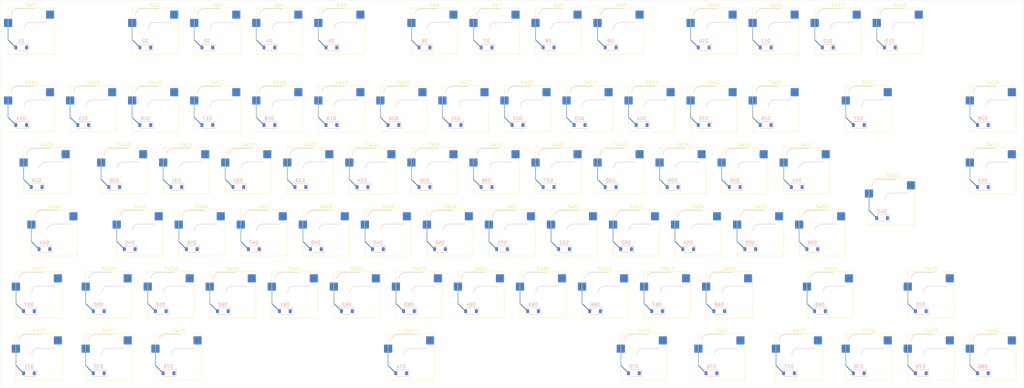
<source format=kicad_pcb>
(kicad_pcb (version 20240108) (generator "pcbnew") (generator_version "8.0")
  (layers (0 "F.Cu" signal) (1 "In1.Cu" signal) (2 "In2.Cu" signal) (31 "B.Cu" signal) (34 "B.Paste" user) (35 "F.Paste" user) (36 "B.SilkS" user "B.Silkscreen") (37 "F.SilkS" user "F.Silkscreen") (38 "B.Mask" user) (39 "F.Mask" user) (44 "Edge.Cuts" user))
  (net 0 "")
  (net 1 "Net-(D1-A)")
  (net 2 "R0")
  (net 3 "Net-(D2-A)")
  (net 4 "Net-(D3-A)")
  (net 5 "Net-(D4-A)")
  (net 6 "Net-(D5-A)")
  (net 7 "Net-(D6-A)")
  (net 8 "Net-(D7-A)")
  (net 9 "Net-(D8-A)")
  (net 10 "Net-(D9-A)")
  (net 11 "Net-(D10-A)")
  (net 12 "Net-(D11-A)")
  (net 13 "Net-(D12-A)")
  (net 14 "Net-(D13-A)")
  (net 15 "Net-(D14-A)")
  (net 16 "R1")
  (net 17 "Net-(D15-A)")
  (net 18 "Net-(D16-A)")
  (net 19 "Net-(D17-A)")
  (net 20 "Net-(D18-A)")
  (net 21 "Net-(D19-A)")
  (net 22 "Net-(D20-A)")
  (net 23 "Net-(D21-A)")
  (net 24 "Net-(D22-A)")
  (net 25 "Net-(D23-A)")
  (net 26 "Net-(D24-A)")
  (net 27 "Net-(D25-A)")
  (net 28 "Net-(D26-A)")
  (net 29 "Net-(D27-A)")
  (net 30 "Net-(D28-A)")
  (net 31 "Net-(D29-A)")
  (net 32 "R2")
  (net 33 "Net-(D30-A)")
  (net 34 "Net-(D31-A)")
  (net 35 "Net-(D32-A)")
  (net 36 "Net-(D33-A)")
  (net 37 "Net-(D34-A)")
  (net 38 "Net-(D35-A)")
  (net 39 "Net-(D36-A)")
  (net 40 "Net-(D37-A)")
  (net 41 "Net-(D38-A)")
  (net 42 "Net-(D39-A)")
  (net 43 "Net-(D40-A)")
  (net 44 "Net-(D41-A)")
  (net 45 "Net-(D42-A)")
  (net 46 "Net-(D43-A)")
  (net 47 "Net-(D44-A)")
  (net 48 "R3")
  (net 49 "Net-(D45-A)")
  (net 50 "Net-(D46-A)")
  (net 51 "Net-(D47-A)")
  (net 52 "Net-(D48-A)")
  (net 53 "Net-(D49-A)")
  (net 54 "Net-(D50-A)")
  (net 55 "Net-(D51-A)")
  (net 56 "Net-(D52-A)")
  (net 57 "Net-(D53-A)")
  (net 58 "Net-(D54-A)")
  (net 59 "Net-(D55-A)")
  (net 60 "Net-(D56-A)")
  (net 61 "Net-(D57-A)")
  (net 62 "R4")
  (net 63 "Net-(D58-A)")
  (net 64 "Net-(D59-A)")
  (net 65 "Net-(D60-A)")
  (net 66 "Net-(D61-A)")
  (net 67 "Net-(D62-A)")
  (net 68 "Net-(D63-A)")
  (net 69 "Net-(D64-A)")
  (net 70 "Net-(D65-A)")
  (net 71 "Net-(D66-A)")
  (net 72 "Net-(D67-A)")
  (net 73 "Net-(D68-A)")
  (net 74 "Net-(D69-A)")
  (net 75 "Net-(D70-A)")
  (net 76 "Net-(D71-A)")
  (net 77 "R5")
  (net 78 "Net-(D72-A)")
  (net 79 "Net-(D73-A)")
  (net 80 "Net-(D74-A)")
  (net 81 "Net-(D75-A)")
  (net 82 "Net-(D76-A)")
  (net 83 "Net-(D77-A)")
  (net 84 "Net-(D78-A)")
  (net 85 "Net-(D79-A)")
  (net 86 "Net-(D80-A)")
  (net 87 "C0")
  (net 88 "C2")
  (net 89 "C3")
  (net 90 "C4")
  (net 91 "C5")
  (net 92 "C6")
  (net 93 "C7")
  (net 94 "C8")
  (net 95 "C9")
  (net 96 "C10")
  (net 97 "C11")
  (net 98 "C12")
  (net 99 "C13")
  (net 100 "C1")
  (net 101 "C14")
  (footprint "PCM_Switch_Keyboard_Hotswap_Kailh:SW_Hotswap_Kailh_MX_1.00u" (layer "F.Cu") (at 180.18125 91.28125)
    (property "Reference" "SW20")
    (property "Value" "6")
  )
  (footprint "PCM_Switch_Keyboard_Hotswap_Kailh:SW_Hotswap_Kailh_MX_1.00u" (layer "F.Cu") (at 165.89375 148.43125)
    (property "Reference" "SW62")
    (property "Value" "V")
  )
  (footprint "PCM_Switch_Keyboard_Hotswap_Kailh:SW_Hotswap_Kailh_MX_1.00u" (layer "F.Cu") (at 84.93125 91.28125)
    (property "Reference" "SW15")
    (property "Value" "1")
  )
  (footprint "PCM_Switch_Keyboard_Hotswap_Kailh:SW_Hotswap_Kailh_MX_1.00u" (layer "F.Cu") (at 218.28125 91.28125)
    (property "Reference" "SW22")
    (property "Value" "8")
  )
  (footprint "PCM_Switch_Keyboard_Hotswap_Kailh:SW_Hotswap_Kailh_MX_1.25u" (layer "F.Cu") (at 68.2625 167.48125)
    (property "Reference" "SW71")
    (property "Value" "LCtrl")
  )
  (footprint "PCM_Switch_Keyboard_Hotswap_Kailh:SW_Hotswap_Kailh_MX_1.00u" (layer "F.Cu") (at 275.43125 91.28125)
    (property "Reference" "SW25")
    (property "Value" "ß")
  )
  (footprint "PCM_Switch_Keyboard_Hotswap_Kailh:SW_Hotswap_Kailh_MX_1.00u" (layer "F.Cu") (at 261.14375 148.43125)
    (property "Reference" "SW67")
    (property "Value" ":")
  )
  (footprint "PCM_Switch_Keyboard_Hotswap_Kailh:SW_Hotswap_Kailh_MX_1.00u" (layer "F.Cu") (at 142.08125 91.28125)
    (property "Reference" "SW18")
    (property "Value" "4")
  )
  (footprint "PCM_Switch_Keyboard_Hotswap_Kailh:SW_Hotswap_Kailh_MX_1.00u" (layer "F.Cu") (at 132.55625 110.33125)
    (property "Reference" "SW32")
    (property "Value" "E")
  )
  (footprint "PCM_Switch_Keyboard_Hotswap_Kailh:SW_Hotswap_Kailh_MX_1.00u" (layer "F.Cu") (at 89.69375 148.43125)
    (property "Reference" "SW58")
    (property "Value" "> <")
  )
  (footprint "PCM_Switch_Keyboard_Hotswap_Kailh:SW_Hotswap_Kailh_MX_1.00u" (layer "F.Cu") (at 284.95625 110.33125)
    (property "Reference" "SW40")
    (property "Value" "Ü")
  )
  (footprint "PCM_Switch_Keyboard_Hotswap_Kailh:SW_Hotswap_Kailh_MX_1.00u" (layer "F.Cu") (at 361.15625 91.28125)
    (property "Reference" "SW28")
    (property "Value" "Insert")
  )
  (footprint "PCM_Switch_Keyboard_Hotswap_Kailh:SW_Hotswap_Kailh_MX_1.00u" (layer "F.Cu") (at 151.60625 110.33125)
    (property "Reference" "SW33")
    (property "Value" "R")
  )
  (footprint "PCM_Switch_Keyboard_Hotswap_Kailh:SW_Hotswap_Kailh_MX_1.00u" (layer "F.Cu") (at 103.98125 67.46875)
    (property "Reference" "SW2")
    (property "Value" "F1")
  )
  (footprint "PCM_Switch_Keyboard_Hotswap_Kailh:SW_Hotswap_Kailh_MX_1.00u" (layer "F.Cu") (at 361.15625 167.48125)
    (property "Reference" "SW80")
    (property "Value" "Right")
  )
  (footprint "PCM_Switch_Keyboard_Hotswap_Kailh:SW_Hotswap_Kailh_MX_1.00u" (layer "F.Cu") (at 332.58125 67.46875)
    (property "Reference" "SW13")
    (property "Value" "F12")
  )
  (footprint "PCM_Switch_Keyboard_Hotswap_Kailh:SW_Hotswap_Kailh_MX_ISOEnter" (layer "F.Cu") (at 330.2 119.85625)
    (property "Reference" "SW42")
    (property "Value" "Enter")
  )
  (footprint "PCM_Switch_Keyboard_Hotswap_Kailh:SW_Hotswap_Kailh_MX_1.00u" (layer "F.Cu") (at 242.09375 148.43125)
    (property "Reference" "SW66")
    (property "Value" ";")
  )
  (footprint "PCM_Switch_Keyboard_Hotswap_Kailh:SW_Hotswap_Kailh_MX_1.00u" (layer "F.Cu") (at 137.31875 129.38125)
    (property "Reference" "SW47")
    (property "Value" "D")
  )
  (footprint "PCM_Switch_Keyboard_Hotswap_Kailh:SW_Hotswap_Kailh_MX_1.00u" (layer "F.Cu") (at 161.13125 91.28125)
    (property "Reference" "SW19")
    (property "Value" "5")
  )
  (footprint "PCM_Switch_Keyboard_Hotswap_Kailh:SW_Hotswap_Kailh_MX_1.00u" (layer "F.Cu") (at 99.21875 129.38125)
    (property "Reference" "SW45")
    (property "Value" "A")
  )
  (footprint "PCM_Switch_Keyboard_Hotswap_Kailh:SW_Hotswap_Kailh_MX_1.00u" (layer "F.Cu") (at 280.19375 148.43125)
    (property "Reference" "SW68")
    (property "Value" "-")
  )
  (footprint "PCM_Switch_Keyboard_Hotswap_Kailh:SW_Hotswap_Kailh_MX_1.00u" (layer "F.Cu") (at 208.75625 110.33125)
    (property "Reference" "SW36")
    (property "Value" "U")
  )
  (footprint "PCM_Switch_Keyboard_Hotswap_Kailh:SW_Hotswap_Kailh_MX_1.75u" (layer "F.Cu") (at 73.025 129.38125)
    (property "Reference" "SW44")
    (property "Value" "CapsLock")
  )
  (footprint "PCM_Switch_Keyboard_Hotswap_Kailh:SW_Hotswap_Kailh_MX_1.00u" (layer "F.Cu") (at 161.13125 67.46875)
    (property "Reference" "SW5")
    (property "Value" "F4")
  )
  (footprint "PCM_Switch_Keyboard_Hotswap_Kailh:SW_Hotswap_Kailh_MX_1.00u" (layer "F.Cu") (at 108.74375 148.43125)
    (property "Reference" "SW59")
    (property "Value" "Y")
  )
  (footprint "PCM_Switch_Keyboard_Hotswap_Kailh:SW_Hotswap_Kailh_MX_1.00u" (layer "F.Cu") (at 175.41875 129.38125)
    (property "Reference" "SW49")
    (property "Value" "G")
  )
  (footprint "PCM_Switch_Keyboard_Hotswap_Kailh:SW_Hotswap_Kailh_MX_1.00u" (layer "F.Cu") (at 89.69375 167.48125)
    (property "Reference" "SW72")
    (property "Value" "Win")
  )
  (footprint "PCM_Switch_Keyboard_Hotswap_Kailh:SW_Hotswap_Kailh_MX_1.00u" (layer "F.Cu") (at 227.80625 67.46875)
    (property "Reference" "SW8")
    (property "Value" "F7")
  )
  (footprint "PCM_Switch_Keyboard_Hotswap_Kailh:SW_Hotswap_Kailh_MX_1.00u" (layer "F.Cu") (at 94.45625 110.33125)
    (property "Reference" "SW30")
    (property "Value" "Q")
  )
  (footprint "PCM_Switch_Keyboard_Hotswap_Kailh:SW_Hotswap_Kailh_MX_1.00u" (layer "F.Cu") (at 199.23125 91.28125)
    (property "Reference" "SW21")
    (property "Value" "7")
  )
  (footprint "PCM_Switch_Keyboard_Hotswap_Kailh:SW_Hotswap_Kailh_MX_1.00u" (layer "F.Cu") (at 342.10625 167.48125)
    (property "Reference" "SW79")
    (property "Value" "Down")
  )
  (footprint "PCM_Switch_Keyboard_Hotswap_Kailh:SW_Hotswap_Kailh_MX_1.00u" (layer "F.Cu") (at 237.33125 91.28125)
    (property "Reference" "SW23")
    (property "Value" "9")
  )
  (footprint "PCM_Switch_Keyboard_Hotswap_Kailh:SW_Hotswap_Kailh_MX_2.25u" (layer "F.Cu") (at 311.15 148.43125)
    (property "Reference" "SW69")
    (property "Value" "RShift")
  )
  (footprint "PCM_Switch_Keyboard_Hotswap_Kailh:SW_Hotswap_Kailh_MX_1.00u" (layer "F.Cu") (at 275.43125 67.46875)
    (property "Reference" "SW10")
    (property "Value" "F9")
  )
  (footprint "PCM_Switch_Keyboard_Hotswap_Kailh:SW_Hotswap_Kailh_MX_1.00u" (layer "F.Cu") (at 65.88125 91.28125)
    (property "Reference" "SW14")
    (property "Value" "^")
  )
  (footprint "PCM_Switch_Keyboard_Hotswap_Kailh:SW_Hotswap_Kailh_MX_1.00u" (layer "F.Cu") (at 227.80625 110.33125)
    (property "Reference" "SW37")
    (property "Value" "I")
  )
  (footprint "PCM_Switch_Keyboard_Hotswap_Kailh:SW_Hotswap_Kailh_MX_1.00u" (layer "F.Cu") (at 313.53125 67.46875)
    (property "Reference" "SW12")
    (property "Value" "F11")
  )
  (footprint "PCM_Switch_Keyboard_Hotswap_Kailh:SW_Hotswap_Kailh_MX_1.00u" (layer "F.Cu") (at 265.90625 110.33125)
    (property "Reference" "SW39")
    (property "Value" "P")
  )
  (footprint "PCM_Switch_Keyboard_Hotswap_Kailh:SW_Hotswap_Kailh_MX_1.00u" (layer "F.Cu") (at 194.46875 129.38125)
    (property "Reference" "SW50")
    (property "Value" "H")
  )
  (footprint "PCM_Switch_Keyboard_Hotswap_Kailh:SW_Hotswap_Kailh_MX_1.00u" (layer "F.Cu") (at 142.08125 67.46875)
    (property "Reference" "SW4")
    (property "Value" "F3")
  )
  (footprint "PCM_Switch_Keyboard_Hotswap_Kailh:SW_Hotswap_Kailh_MX_1.50u" (layer "F.Cu") (at 70.64375 110.33125)
    (property "Reference" "SW29")
    (property "Value" "Tab")
  )
  (footprint "PCM_Switch_Keyboard_Hotswap_Kailh:SW_Hotswap_Kailh_MX_1.00u" (layer "F.Cu") (at 361.15625 110.33125)
    (property "Reference" "SW43")
    (property "Value" "Delete")
  )
  (footprint "PCM_Switch_Keyboard_Hotswap_Kailh:SW_Hotswap_Kailh_MX_1.00u" (layer "F.Cu") (at 342.10625 148.43125)
    (property "Reference" "SW70")
    (property "Value" "Up")
  )
  (footprint "PCM_Switch_Keyboard_Hotswap_Kailh:SW_Hotswap_Kailh_MX_1.00u" (layer "F.Cu") (at 294.48125 91.28125)
    (property "Reference" "SW26")
    (property "Value" "´")
  )
  (footprint "PCM_Switch_Keyboard_Hotswap_Kailh:SW_Hotswap_Kailh_MX_1.25u" (layer "F.Cu") (at 111.125 167.48125)
    (property "Reference" "SW73")
    (property "Value" "Alt")
  )
  (footprint "PCM_Switch_Keyboard_Hotswap_Kailh:SW_Hotswap_Kailh_MX_1.00u" (layer "F.Cu") (at 65.88125 67.46875)
    (property "Reference" "SW1")
    (property "Value" "ESC")
  )
  (footprint "PCM_Switch_Keyboard_Hotswap_Kailh:SW_Hotswap_Kailh_MX_1.00u" (layer "F.Cu") (at 256.38125 91.28125)
    (property "Reference" "SW24")
    (property "Value" "0")
  )
  (footprint "PCM_Switch_Keyboard_Hotswap_Kailh:SW_Hotswap_Kailh_MX_1.00u" (layer "F.Cu") (at 251.61875 129.38125)
    (property "Reference" "SW53")
    (property "Value" "L")
  )
  (footprint "PCM_Switch_Keyboard_Hotswap_Kailh:SW_Hotswap_Kailh_MX_1.00u" (layer "F.Cu") (at 203.99375 148.43125)
    (property "Reference" "SW64")
    (property "Value" "N")
  )
  (footprint "PCM_Switch_Keyboard_Hotswap_Kailh:SW_Hotswap_Kailh_MX_1.00u" (layer "F.Cu") (at 323.05625 167.48125)
    (property "Reference" "SW78")
    (property "Value" "Left")
  )
  (footprint "PCM_Switch_Keyboard_Hotswap_Kailh:SW_Hotswap_Kailh_MX_1.25u" (layer "F.Cu") (at 277.8125 167.48125)
    (property "Reference" "SW76")
    (property "Value" "FN")
  )
  (footprint "PCM_Switch_Keyboard_Hotswap_Kailh:SW_Hotswap_Kailh_MX_1.00u" (layer "F.Cu") (at 189.70625 67.46875)
    (property "Reference" "SW6")
    (property "Value" "F5")
  )
  (footprint "PCM_Switch_Keyboard_Hotswap_Kailh:SW_Hotswap_Kailh_MX_1.00u" (layer "F.Cu") (at 123.03125 67.46875)
    (property "Reference" "SW3")
    (property "Value" "F2")
  )
  (footprint "PCM_Switch_Keyboard_Hotswap_Kailh:SW_Hotswap_Kailh_MX_1.00u" (layer "F.Cu") (at 189.70625 110.33125)
    (property "Reference" "SW35")
    (property "Value" "Z")
  )
  (footprint "PCM_Switch_Keyboard_Hotswap_Kailh:SW_Hotswap_Kailh_MX_6.25u" (layer "F.Cu") (at 182.5625 167.48125)
    (property "Reference" "SW74")
    (property "Value" "Space")
  )
  (footprint "PCM_Switch_Keyboard_Hotswap_Kailh:SW_Hotswap_Kailh_MX_1.00u" (layer "F.Cu") (at 184.94375 148.43125)
    (property "Reference" "SW63")
    (property "Value" "B")
  )
  (footprint "PCM_Switch_Keyboard_Hotswap_Kailh:SW_Hotswap_Kailh_MX_1.25u" (layer "F.Cu") (at 254 167.48125)
    (property "Reference" "SW75")
    (property "Value" "Alt")
  )
  (footprint "PCM_Switch_Keyboard_Hotswap_Kailh:SW_Hotswap_Kailh_MX_1.25u" (layer "F.Cu") (at 301.625 167.48125)
    (property "Reference" "SW77")
    (property "Value" "RCtrl")
  )
  (footprint "PCM_Switch_Keyboard_Hotswap_Kailh:SW_Hotswap_Kailh_MX_1.00u" (layer "F.Cu") (at 213.51875 129.38125)
    (property "Reference" "SW51")
    (property "Value" "J")
  )
  (footprint "PCM_Switch_Keyboard_Hotswap_Kailh:SW_Hotswap_Kailh_MX_1.00u" (layer "F.Cu") (at 123.03125 91.28125)
    (property "Reference" "SW17")
    (property "Value" "3")
  )
  (footprint "PCM_Switch_Keyboard_Hotswap_Kailh:SW_Hotswap_Kailh_MX_1.00u" (layer "F.Cu") (at 113.50625 110.33125)
    (property "Reference" "SW31")
    (property "Value" "W")
  )
  (footprint "PCM_Switch_Keyboard_Hotswap_Kailh:SW_Hotswap_Kailh_MX_1.00u" (layer "F.Cu") (at 289.71875 129.38125)
    (property "Reference" "SW55")
    (property "Value" "Ä")
  )
  (footprint "PCM_Switch_Keyboard_Hotswap_Kailh:SW_Hotswap_Kailh_MX_1.00u" (layer "F.Cu") (at 223.04375 148.43125)
    (property "Reference" "SW65")
    (property "Value" "M")
  )
  (footprint "PCM_Switch_Keyboard_Hotswap_Kailh:SW_Hotswap_Kailh_MX_1.00u" (layer "F.Cu") (at 294.48125 67.46875)
    (property "Reference" "SW11")
    (property "Value" "F10")
  )
  (footprint "PCM_Switch_Keyboard_Hotswap_Kailh:SW_Hotswap_Kailh_MX_1.00u" (layer "F.Cu") (at 156.36875 129.38125)
    (property "Reference" "SW48")
    (property "Value" "F")
  )
  (footprint "PCM_Switch_Keyboard_Hotswap_Kailh:SW_Hotswap_Kailh_MX_1.00u" (layer "F.Cu") (at 103.98125 91.28125)
    (property "Reference" "SW16")
    (property "Value" "2")
  )
  (footprint "PCM_Switch_Keyboard_Hotswap_Kailh:SW_Hotswap_Kailh_MX_1.00u" (layer "F.Cu") (at 118.26875 129.38125)
    (property "Reference" "SW46")
    (property "Value" "S")
  )
  (footprint "PCM_Switch_Keyboard_Hotswap_Kailh:SW_Hotswap_Kailh_MX_1.00u" (layer "F.Cu") (at 208.75625 67.46875)
    (property "Reference" "SW7")
    (property "Value" "F6")
  )
  (footprint "PCM_Switch_Keyboard_Hotswap_Kailh:SW_Hotswap_Kailh_MX_1.00u" (layer "F.Cu") (at 232.56875 129.38125)
    (property "Reference" "SW52")
    (property "Value" "K")
  )
  (footprint "PCM_Switch_Keyboard_Hotswap_Kailh:SW_Hotswap_Kailh_MX_1.00u" (layer "F.Cu") (at 270.66875 129.38125)
    (property "Reference" "SW54")
    (property "Value" "Ö")
  )
  (footprint "PCM_Switch_Keyboard_Hotswap_Kailh:SW_Hotswap_Kailh_MX_1.00u" (layer "F.Cu") (at 127.79375 148.43125)
    (property "Reference" "SW60")
    (property "Value" "X")
  )
  (footprint "PCM_Switch_Keyboard_Hotswap_Kailh:SW_Hotswap_Kailh_MX_1.00u" (layer "F.Cu") (at 170.65625 110.33125)
    (property "Reference" "SW34")
    (property "Value" "T")
  )
  (footprint "PCM_Switch_Keyboard_Hotswap_Kailh:SW_Hotswap_Kailh_MX_1.00u" (layer "F.Cu") (at 308.76875 129.38125)
    (property "Reference" "SW56")
    (property "Value" "#")
  )
  (footprint "PCM_Switch_Keyboard_Hotswap_Kailh:SW_Hotswap_Kailh_MX_1.00u" (layer "F.Cu") (at 146.84375 148.43125)
    (property "Reference" "SW61")
    (property "Value" "C")
  )
  (footprint "PCM_Switch_Keyboard_Hotswap_Kailh:SW_Hotswap_Kailh_MX_1.00u" (layer "F.Cu") (at 246.85625 67.46875)
    (property "Reference" "SW9")
    (property "Value" "F8")
  )
  (footprint "PCM_Switch_Keyboard_Hotswap_Kailh:SW_Hotswap_Kailh_MX_1.00u" (layer "F.Cu") (at 246.85625 110.33125)
    (property "Reference" "SW38")
    (property "Value" "O")
  )
  (footprint "PCM_Switch_Keyboard_Hotswap_Kailh:SW_Hotswap_Kailh_MX_1.00u" (layer "F.Cu") (at 304.00625 110.33125)
    (property "Reference" "SW41")
    (property "Value" "+")
  )
  (footprint "PCM_Switch_Keyboard_Hotswap_Kailh:SW_Hotswap_Kailh_MX_1.25u" (layer "F.Cu") (at 68.2625 148.43125)
    (property "Reference" "SW57")
    (property "Value" "LShift")
  )
  (footprint "PCM_Switch_Keyboard_Hotswap_Kailh:SW_Hotswap_Kailh_MX_2.00u" (layer "F.Cu") (at 323.05625 91.28125)
    (property "Reference" "SW27")
    (property "Value" "Backspace")
  )
  (footprint "Diode_SMD:D_SOD-123" (layer "B.Cu") (at 115.18875 134.38125 180)
    (property "Reference" "D46")
    (property "Value" "D")
  )
  (footprint "Diode_SMD:D_SOD-123" (layer "B.Cu") (at 224.72625 115.33125 180)
    (property "Reference" "D37")
    (property "Value" "D")
  )
  (footprint "Diode_SMD:D_SOD-123" (layer "B.Cu") (at 215.20125 96.28125 180)
    (property "Reference" "D22")
    (property "Value" "D")
  )
  (footprint "Diode_SMD:D_SOD-123" (layer "B.Cu") (at 119.95125 96.28125 180)
    (property "Reference" "D17")
    (property "Value" "D")
  )
  (footprint "Diode_SMD:D_SOD-123" (layer "B.Cu") (at 272.35125 72.46875 180)
    (property "Reference" "D10")
    (property "Value" "D")
  )
  (footprint "Diode_SMD:D_SOD-123" (layer "B.Cu") (at 167.57625 115.33125 180)
    (property "Reference" "D34")
    (property "Value" "D")
  )
  (footprint "Diode_SMD:D_SOD-123" (layer "B.Cu") (at 329.50125 72.46875 180)
    (property "Reference" "D13")
    (property "Value" "D")
  )
  (footprint "Diode_SMD:D_SOD-123" (layer "B.Cu") (at 100.90125 96.28125 180)
    (property "Reference" "D16")
    (property "Value" "D")
  )
  (footprint "Diode_SMD:D_SOD-123" (layer "B.Cu") (at 110.42625 115.33125 180)
    (property "Reference" "D31")
    (property "Value" "D")
  )
  (footprint "Diode_SMD:D_SOD-123" (layer "B.Cu") (at 358.07625 172.48125 180)
    (property "Reference" "D80")
    (property "Value" "D")
  )
  (footprint "Diode_SMD:D_SOD-123" (layer "B.Cu") (at 119.95125 72.46875 180)
    (property "Reference" "D3")
    (property "Value" "D")
  )
  (footprint "Diode_SMD:D_SOD-123" (layer "B.Cu") (at 291.40125 96.28125 180)
    (property "Reference" "D26")
    (property "Value" "D")
  )
  (footprint "Diode_SMD:D_SOD-123" (layer "B.Cu") (at 186.62625 115.33125 180)
    (property "Reference" "D35")
    (property "Value" "D")
  )
  (footprint "Diode_SMD:D_SOD-123" (layer "B.Cu") (at 358.07625 115.33125 180)
    (property "Reference" "D43")
    (property "Value" "D")
  )
  (footprint "Diode_SMD:D_SOD-123" (layer "B.Cu") (at 172.33875 134.38125 180)
    (property "Reference" "D49")
    (property "Value" "D")
  )
  (footprint "Diode_SMD:D_SOD-123" (layer "B.Cu") (at 277.11375 153.43125 180)
    (property "Reference" "D68")
    (property "Value" "D")
  )
  (footprint "Diode_SMD:D_SOD-123" (layer "B.Cu") (at 319.97625 172.48125 180)
    (property "Reference" "D78")
    (property "Value" "D")
  )
  (footprint "Diode_SMD:D_SOD-123" (layer "B.Cu") (at 308.07 153.43125 180)
    (property "Reference" "D69")
    (property "Value" "D")
  )
  (footprint "Diode_SMD:D_SOD-123" (layer "B.Cu") (at 310.45125 72.46875 180)
    (property "Reference" "D12")
    (property "Value" "D")
  )
  (footprint "Diode_SMD:D_SOD-123" (layer "B.Cu") (at 281.87625 115.33125 180)
    (property "Reference" "D40")
    (property "Value" "D")
  )
  (footprint "Diode_SMD:D_SOD-123" (layer "B.Cu") (at 139.00125 96.28125 180)
    (property "Reference" "D18")
    (property "Value" "D")
  )
  (footprint "Diode_SMD:D_SOD-123" (layer "B.Cu") (at 300.92625 115.33125 180)
    (property "Reference" "D41")
    (property "Value" "D")
  )
  (footprint "Diode_SMD:D_SOD-123" (layer "B.Cu") (at 162.81375 153.43125 180)
    (property "Reference" "D62")
    (property "Value" "D")
  )
  (footprint "Diode_SMD:D_SOD-123" (layer "B.Cu") (at 248.53875 134.38125 180)
    (property "Reference" "D53")
    (property "Value" "D")
  )
  (footprint "Diode_SMD:D_SOD-123" (layer "B.Cu") (at 258.06375 153.43125 180)
    (property "Reference" "D67")
    (property "Value" "D")
  )
  (footprint "Diode_SMD:D_SOD-123" (layer "B.Cu") (at 272.35125 96.28125 180)
    (property "Reference" "D25")
    (property "Value" "D")
  )
  (footprint "Diode_SMD:D_SOD-123" (layer "B.Cu") (at 177.10125 96.28125 180)
    (property "Reference" "D20")
    (property "Value" "D")
  )
  (footprint "Diode_SMD:D_SOD-123" (layer "B.Cu") (at 81.85125 96.28125 180)
    (property "Reference" "D15")
    (property "Value" "D")
  )
  (footprint "Diode_SMD:D_SOD-123" (layer "B.Cu") (at 134.23875 134.38125 180)
    (property "Reference" "D47")
    (property "Value" "D")
  )
  (footprint "Diode_SMD:D_SOD-123" (layer "B.Cu") (at 210.43875 134.38125 180)
    (property "Reference" "D51")
    (property "Value" "D")
  )
  (footprint "Diode_SMD:D_SOD-123" (layer "B.Cu") (at 243.77625 115.33125 180)
    (property "Reference" "D38")
    (property "Value" "D")
  )
  (footprint "Diode_SMD:D_SOD-123" (layer "B.Cu") (at 262.82625 115.33125 180)
    (property "Reference" "D39")
    (property "Value" "D")
  )
  (footprint "Diode_SMD:D_SOD-123" (layer "B.Cu") (at 100.90125 72.46875 180)
    (property "Reference" "D2")
    (property "Value" "D")
  )
  (footprint "Diode_SMD:D_SOD-123" (layer "B.Cu") (at 108.045 172.48125 180)
    (property "Reference" "D73")
    (property "Value" "D")
  )
  (footprint "Diode_SMD:D_SOD-123" (layer "B.Cu") (at 179.4825 172.48125 180)
    (property "Reference" "D74")
    (property "Value" "D")
  )
  (footprint "Diode_SMD:D_SOD-123" (layer "B.Cu") (at 224.72625 72.46875 180)
    (property "Reference" "D8")
    (property "Value" "D")
  )
  (footprint "Diode_SMD:D_SOD-123" (layer "B.Cu") (at 286.63875 134.38125 180)
    (property "Reference" "D55")
    (property "Value" "D")
  )
  (footprint "Diode_SMD:D_SOD-123" (layer "B.Cu") (at 86.61375 172.48125 180)
    (property "Reference" "D72")
    (property "Value" "D")
  )
  (footprint "Diode_SMD:D_SOD-123" (layer "B.Cu") (at 65.1825 153.43125 180)
    (property "Reference" "D57")
    (property "Value" "D")
  )
  (footprint "Diode_SMD:D_SOD-123" (layer "B.Cu") (at 229.48875 134.38125 180)
    (property "Reference" "D52")
    (property "Value" "D")
  )
  (footprint "Diode_SMD:D_SOD-123" (layer "B.Cu") (at 143.76375 153.43125 180)
    (property "Reference" "D61")
    (property "Value" "D")
  )
  (footprint "Diode_SMD:D_SOD-123" (layer "B.Cu") (at 298.545 172.48125 180)
    (property "Reference" "D77")
    (property "Value" "D")
  )
  (footprint "Diode_SMD:D_SOD-123" (layer "B.Cu") (at 62.80125 72.46875 180)
    (property "Reference" "D1")
    (property "Value" "D")
  )
  (footprint "Diode_SMD:D_SOD-123" (layer "B.Cu") (at 158.05125 96.28125 180)
    (property "Reference" "D19")
    (property "Value" "D")
  )
  (footprint "Diode_SMD:D_SOD-123" (layer "B.Cu") (at 339.02625 172.48125 180)
    (property "Reference" "D79")
    (property "Value" "D")
  )
  (footprint "Diode_SMD:D_SOD-123" (layer "B.Cu") (at 219.96375 153.43125 180)
    (property "Reference" "D65")
    (property "Value" "D")
  )
  (footprint "Diode_SMD:D_SOD-123" (layer "B.Cu") (at 234.25125 96.28125 180)
    (property "Reference" "D23")
    (property "Value" "D")
  )
  (footprint "Diode_SMD:D_SOD-123" (layer "B.Cu") (at 243.77625 72.46875 180)
    (property "Reference" "D9")
    (property "Value" "D")
  )
  (footprint "Diode_SMD:D_SOD-123" (layer "B.Cu") (at 205.67625 72.46875 180)
    (property "Reference" "D7")
    (property "Value" "D")
  )
  (footprint "Diode_SMD:D_SOD-123" (layer "B.Cu") (at 105.66375 153.43125 180)
    (property "Reference" "D59")
    (property "Value" "D")
  )
  (footprint "Diode_SMD:D_SOD-123" (layer "B.Cu") (at 358.07625 96.28125 180)
    (property "Reference" "D28")
    (property "Value" "D")
  )
  (footprint "Diode_SMD:D_SOD-123" (layer "B.Cu") (at 91.37625 115.33125 180)
    (property "Reference" "D30")
    (property "Value" "D")
  )
  (footprint "Diode_SMD:D_SOD-123" (layer "B.Cu") (at 158.05125 72.46875 180)
    (property "Reference" "D5")
    (property "Value" "D")
  )
  (footprint "Diode_SMD:D_SOD-123" (layer "B.Cu") (at 86.61375 153.43125 180)
    (property "Reference" "D58")
    (property "Value" "D")
  )
  (footprint "Diode_SMD:D_SOD-123" (layer "B.Cu") (at 148.52625 115.33125 180)
    (property "Reference" "D33")
    (property "Value" "D")
  )
  (footprint "Diode_SMD:D_SOD-123" (layer "B.Cu") (at 327.12 124.85625 180)
    (property "Reference" "D42")
    (property "Value" "D")
  )
  (footprint "Diode_SMD:D_SOD-123" (layer "B.Cu") (at 291.40125 72.46875 180)
    (property "Reference" "D11")
    (property "Value" "D")
  )
  (footprint "Diode_SMD:D_SOD-123" (layer "B.Cu") (at 239.01375 153.43125 180)
    (property "Reference" "D66")
    (property "Value" "D")
  )
  (footprint "Diode_SMD:D_SOD-123" (layer "B.Cu") (at 274.7325 172.48125 180)
    (property "Reference" "D76")
    (property "Value" "D")
  )
  (footprint "Diode_SMD:D_SOD-123" (layer "B.Cu") (at 305.68875 134.38125 180)
    (property "Reference" "D56")
    (property "Value" "D")
  )
  (footprint "Diode_SMD:D_SOD-123" (layer "B.Cu") (at 267.58875 134.38125 180)
    (property "Reference" "D54")
    (property "Value" "D")
  )
  (footprint "Diode_SMD:D_SOD-123" (layer "B.Cu") (at 191.38875 134.38125 180)
    (property "Reference" "D50")
    (property "Value" "D")
  )
  (footprint "Diode_SMD:D_SOD-123" (layer "B.Cu") (at 181.86375 153.43125 180)
    (property "Reference" "D63")
    (property "Value" "D")
  )
  (footprint "Diode_SMD:D_SOD-123" (layer "B.Cu") (at 67.56375 115.33125 180)
    (property "Reference" "D29")
    (property "Value" "D")
  )
  (footprint "Diode_SMD:D_SOD-123" (layer "B.Cu") (at 139.00125 72.46875 180)
    (property "Reference" "D4")
    (property "Value" "D")
  )
  (footprint "Diode_SMD:D_SOD-123" (layer "B.Cu") (at 200.91375 153.43125 180)
    (property "Reference" "D64")
    (property "Value" "D")
  )
  (footprint "Diode_SMD:D_SOD-123" (layer "B.Cu") (at 69.945 134.38125 180)
    (property "Reference" "D44")
    (property "Value" "D")
  )
  (footprint "Diode_SMD:D_SOD-123" (layer "B.Cu") (at 62.80125 96.28125 180)
    (property "Reference" "D14")
    (property "Value" "D")
  )
  (footprint "Diode_SMD:D_SOD-123" (layer "B.Cu") (at 196.15125 96.28125 180)
    (property "Reference" "D21")
    (property "Value" "D")
  )
  (footprint "Diode_SMD:D_SOD-123" (layer "B.Cu") (at 186.62625 72.46875 180)
    (property "Reference" "D6")
    (property "Value" "D")
  )
  (footprint "Diode_SMD:D_SOD-123" (layer "B.Cu") (at 124.71375 153.43125 180)
    (property "Reference" "D60")
    (property "Value" "D")
  )
  (footprint "Diode_SMD:D_SOD-123" (layer "B.Cu") (at 339.02625 153.43125 180)
    (property "Reference" "D70")
    (property "Value" "D")
  )
  (footprint "Diode_SMD:D_SOD-123" (layer "B.Cu") (at 253.30125 96.28125 180)
    (property "Reference" "D24")
    (property "Value" "D")
  )
  (footprint "Diode_SMD:D_SOD-123" (layer "B.Cu") (at 153.28875 134.38125 180)
    (property "Reference" "D48")
    (property "Value" "D")
  )
  (footprint "Diode_SMD:D_SOD-123" (layer "B.Cu") (at 205.67625 115.33125 180)
    (property "Reference" "D36")
    (property "Value" "D")
  )
  (footprint "Diode_SMD:D_SOD-123" (layer "B.Cu") (at 319.97625 96.28125 180)
    (property "Reference" "D27")
    (property "Value" "D")
  )
  (footprint "Diode_SMD:D_SOD-123" (layer "B.Cu") (at 65.1825 172.48125 180)
    (property "Reference" "D71")
    (property "Value" "D")
  )
  (footprint "Diode_SMD:D_SOD-123" (layer "B.Cu") (at 129.47625 115.33125 180)
    (property "Reference" "D32")
    (property "Value" "D")
  )
  (footprint "Diode_SMD:D_SOD-123" (layer "B.Cu") (at 250.92 172.48125 180)
    (property "Reference" "D75")
    (property "Value" "D")
  )
  (footprint "Diode_SMD:D_SOD-123" (layer "B.Cu") (at 96.13875 134.38125 180)
    (property "Reference" "D45")
    (property "Value" "D")
  )
  (gr_arc (start 370.68125 175.41875) (mid 370.216282 176.541282) (end 369.09375 177.00625) (stroke (width 0.05)) (layer "Edge.Cuts"))
  (gr_arc (start 369.09375 57.94375) (mid 370.216282 58.408718) (end 370.68125 59.53125) (stroke (width 0.05)) (layer "Edge.Cuts"))
  (gr_line (start 370.68125 59.53125) (end 370.68125 175.41875) (stroke (width 0.05)) (layer "Edge.Cuts"))
  (gr_line (start 369.09375 57.94375) (end 57.94375 57.94375) (stroke (width 0.05)) (layer "Edge.Cuts"))
  (gr_arc (start 56.35625 59.53125) (mid 56.821218 58.408718) (end 57.94375 57.94375) (stroke (width 0.05)) (layer "Edge.Cuts"))
  (gr_line (start 57.94375 177.00625) (end 369.09375 177.00625) (stroke (width 0.05)) (layer "Edge.Cuts"))
  (gr_arc (start 57.94375 177.00625) (mid 56.821218 176.541282) (end 56.35625 175.41875) (stroke (width 0.05)) (layer "Edge.Cuts"))
  (gr_line (start 56.35625 59.53125) (end 56.35625 175.41875) (stroke (width 0.05)) (layer "Edge.Cuts"))
  (segment (start 58.79625 70.11375) (end 61.15125 72.46875) (width 0.25) (layer "B.Cu") (net 1))
  (segment (start 58.79625 64.92875) (end 58.79625 70.11375) (width 0.25) (layer "B.Cu") (net 1))
  (segment (start 96.89625 70.11375) (end 99.25125 72.46875) (width 0.25) (layer "B.Cu") (net 3))
  (segment (start 96.89625 64.92875) (end 96.89625 70.11375) (width 0.25) (layer "B.Cu") (net 3))
  (segment (start 115.94625 64.92875) (end 115.94625 70.11375) (width 0.25) (layer "B.Cu") (net 4))
  (segment (start 115.94625 70.11375) (end 118.30125 72.46875) (width 0.25) (layer "B.Cu") (net 4))
  (segment (start 134.99625 70.11375) (end 137.35125 72.46875) (width 0.25) (layer "B.Cu") (net 5))
  (segment (start 134.99625 64.92875) (end 134.99625 70.11375) (width 0.25) (layer "B.Cu") (net 5))
  (segment (start 154.04625 70.11375) (end 156.40125 72.46875) (width 0.25) (layer "B.Cu") (net 6))
  (segment (start 154.04625 64.92875) (end 154.04625 70.11375) (width 0.25) (layer "B.Cu") (net 6))
  (segment (start 182.62125 64.92875) (end 182.62125 70.11375) (width 0.25) (layer "B.Cu") (net 7))
  (segment (start 182.62125 70.11375) (end 184.97625 72.46875) (width 0.25) (layer "B.Cu") (net 7))
  (segment (start 201.67125 70.11375) (end 204.02625 72.46875) (width 0.25) (layer "B.Cu") (net 8))
  (segment (start 201.67125 64.92875) (end 201.67125 70.11375) (width 0.25) (layer "B.Cu") (net 8))
  (segment (start 220.72125 70.11375) (end 223.07625 72.46875) (width 0.25) (layer "B.Cu") (net 9))
  (segment (start 220.72125 64.92875) (end 220.72125 70.11375) (width 0.25) (layer "B.Cu") (net 9))
  (segment (start 239.77125 70.11375) (end 242.12625 72.46875) (width 0.25) (layer "B.Cu") (net 10))
  (segment (start 239.77125 64.92875) (end 239.77125 70.11375) (width 0.25) (layer "B.Cu") (net 10))
  (segment (start 268.34625 70.11375) (end 270.70125 72.46875) (width 0.25) (layer "B.Cu") (net 11))
  (segment (start 268.34625 64.92875) (end 268.34625 70.11375) (width 0.25) (layer "B.Cu") (net 11))
  (segment (start 287.39625 64.92875) (end 287.39625 70.11375) (width 0.25) (layer "B.Cu") (net 12))
  (segment (start 287.39625 70.11375) (end 289.75125 72.46875) (width 0.25) (layer "B.Cu") (net 12))
  (segment (start 306.44625 70.11375) (end 308.80125 72.46875) (width 0.25) (layer "B.Cu") (net 13))
  (segment (start 306.44625 64.92875) (end 306.44625 70.11375) (width 0.25) (layer "B.Cu") (net 13))
  (segment (start 325.49625 64.92875) (end 325.49625 70.11375) (width 0.25) (layer "B.Cu") (net 14))
  (segment (start 325.49625 70.11375) (end 327.85125 72.46875) (width 0.25) (layer "B.Cu") (net 14))
  (segment (start 58.79625 93.92625) (end 61.15125 96.28125) (width 0.25) (layer "B.Cu") (net 15))
  (segment (start 58.79625 88.74125) (end 58.79625 93.92625) (width 0.25) (layer "B.Cu") (net 15))
  (segment (start 77.84625 93.92625) (end 80.20125 96.28125) (width 0.25) (layer "B.Cu") (net 17))
  (segment (start 77.84625 88.74125) (end 77.84625 93.92625) (width 0.25) (layer "B.Cu") (net 17))
  (segment (start 96.89625 93.92625) (end 99.25125 96.28125) (width 0.25) (layer "B.Cu") (net 18))
  (segment (start 96.89625 88.74125) (end 96.89625 93.92625) (width 0.25) (layer "B.Cu") (net 18))
  (segment (start 115.94625 93.92625) (end 118.30125 96.28125) (width 0.25) (layer "B.Cu") (net 19))
  (segment (start 115.94625 88.74125) (end 115.94625 93.92625) (width 0.25) (layer "B.Cu") (net 19))
  (segment (start 134.99625 93.92625) (end 137.35125 96.28125) (width 0.25) (layer "B.Cu") (net 20))
  (segment (start 134.99625 88.74125) (end 134.99625 93.92625) (width 0.25) (layer "B.Cu") (net 20))
  (segment (start 154.04625 93.92625) (end 156.40125 96.28125) (width 0.25) (layer "B.Cu") (net 21))
  (segment (start 154.04625 88.74125) (end 154.04625 93.92625) (width 0.25) (layer "B.Cu") (net 21))
  (segment (start 173.09625 93.92625) (end 175.45125 96.28125) (width 0.25) (layer "B.Cu") (net 22))
  (segment (start 173.09625 88.74125) (end 173.09625 93.92625) (width 0.25) (layer "B.Cu") (net 22))
  (segment (start 192.14625 93.92625) (end 194.50125 96.28125) (width 0.25) (layer "B.Cu") (net 23))
  (segment (start 192.14625 88.74125) (end 192.14625 93.92625) (width 0.25) (layer "B.Cu") (net 23))
  (segment (start 211.19625 88.74125) (end 211.19625 93.92625) (width 0.25) (layer "B.Cu") (net 24))
  (segment (start 211.19625 93.92625) (end 213.55125 96.28125) (width 0.25) (layer "B.Cu") (net 24))
  (segment (start 230.24625 93.92625) (end 232.60125 96.28125) (width 0.25) (layer "B.Cu") (net 25))
  (segment (start 230.24625 88.74125) (end 230.24625 93.92625) (width 0.25) (layer "B.Cu") (net 25))
  (segment (start 249.29625 93.92625) (end 251.65125 96.28125) (width 0.25) (layer "B.Cu") (net 26))
  (segment (start 249.29625 88.74125) (end 249.29625 93.92625) (width 0.25) (layer "B.Cu") (net 26))
  (segment (start 268.34625 93.92625) (end 270.70125 96.28125) (width 0.25) (layer "B.Cu") (net 27))
  (segment (start 268.34625 88.74125) (end 268.34625 93.92625) (width 0.25) (layer "B.Cu") (net 27))
  (segment (start 287.39625 93.92625) (end 289.75125 96.28125) (width 0.25) (layer "B.Cu") (net 28))
  (segment (start 287.39625 88.74125) (end 287.39625 93.92625) (width 0.25) (layer "B.Cu") (net 28))
  (segment (start 315.97125 88.74125) (end 315.97125 93.92625) (width 0.25) (layer "B.Cu") (net 29))
  (segment (start 315.97125 93.92625) (end 318.32625 96.28125) (width 0.25) (layer "B.Cu") (net 29))
  (segment (start 354.07125 88.74125) (end 354.07125 93.92625) (width 0.25) (layer "B.Cu") (net 30))
  (segment (start 354.07125 93.92625) (end 356.42625 96.28125) (width 0.25) (layer "B.Cu") (net 30))
  (segment (start 63.55875 107.79125) (end 63.55875 112.97625) (width 0.25) (layer "B.Cu") (net 31))
  (segment (start 63.55875 112.97625) (end 65.91375 115.33125) (width 0.25) (layer "B.Cu") (net 31))
  (segment (start 87.37125 107.79125) (end 87.37125 112.97625) (width 0.25) (layer "B.Cu") (net 33))
  (segment (start 87.37125 112.97625) (end 89.72625 115.33125) (width 0.25) (layer "B.Cu") (net 33))
  (segment (start 106.42125 112.97625) (end 108.77625 115.33125) (width 0.25) (layer "B.Cu") (net 34))
  (segment (start 106.42125 107.79125) (end 106.42125 112.97625) (width 0.25) (layer "B.Cu") (net 34))
  (segment (start 125.47125 107.79125) (end 125.47125 112.97625) (width 0.25) (layer "B.Cu") (net 35))
  (segment (start 125.47125 112.97625) (end 127.82625 115.33125) (width 0.25) (layer "B.Cu") (net 35))
  (segment (start 144.52125 112.97625) (end 146.87625 115.33125) (width 0.25) (layer "B.Cu") (net 36))
  (segment (start 144.52125 107.79125) (end 144.52125 112.97625) (width 0.25) (layer "B.Cu") (net 36))
  (segment (start 163.57125 112.97625) (end 165.92625 115.33125) (width 0.25) (layer "B.Cu") (net 37))
  (segment (start 163.57125 107.79125) (end 163.57125 112.97625) (width 0.25) (layer "B.Cu") (net 37))
  (segment (start 182.62125 112.97625) (end 184.97625 115.33125) (width 0.25) (layer "B.Cu") (net 38))
  (segment (start 182.62125 107.79125) (end 182.62125 112.97625) (width 0.25) (layer "B.Cu") (net 38))
  (segment (start 201.67125 112.97625) (end 204.02625 115.33125) (width 0.25) (layer "B.Cu") (net 39))
  (segment (start 201.67125 107.79125) (end 201.67125 112.97625) (width 0.25) (layer "B.Cu") (net 39))
  (segment (start 220.72125 112.97625) (end 223.07625 115.33125) (width 0.25) (layer "B.Cu") (net 40))
  (segment (start 220.72125 107.79125) (end 220.72125 112.97625) (width 0.25) (layer "B.Cu") (net 40))
  (segment (start 239.77125 107.79125) (end 239.77125 112.97625) (width 0.25) (layer "B.Cu") (net 41))
  (segment (start 239.77125 112.97625) (end 242.12625 115.33125) (width 0.25) (layer "B.Cu") (net 41))
  (segment (start 258.82125 107.79125) (end 258.82125 112.97625) (width 0.25) (layer "B.Cu") (net 42))
  (segment (start 258.82125 112.97625) (end 261.17625 115.33125) (width 0.25) (layer "B.Cu") (net 42))
  (segment (start 277.87125 107.79125) (end 277.87125 112.97625) (width 0.25) (layer "B.Cu") (net 43))
  (segment (start 277.87125 112.97625) (end 280.22625 115.33125) (width 0.25) (layer "B.Cu") (net 43))
  (segment (start 296.92125 112.97625) (end 299.27625 115.33125) (width 0.25) (layer "B.Cu") (net 44))
  (segment (start 296.92125 107.79125) (end 296.92125 112.97625) (width 0.25) (layer "B.Cu") (net 44))
  (segment (start 323.115 117.31625) (end 323.115 122.50125) (width 0.25) (layer "B.Cu") (net 45))
  (segment (start 323.115 122.50125) (end 325.47 124.85625) (width 0.25) (layer "B.Cu") (net 45))
  (segment (start 354.07125 112.97625) (end 356.42625 115.33125) (width 0.25) (layer "B.Cu") (net 46))
  (segment (start 354.07125 107.79125) (end 354.07125 112.97625) (width 0.25) (layer "B.Cu") (net 46))
  (segment (start 65.94 132.02625) (end 68.295 134.38125) (width 0.25) (layer "B.Cu") (net 47))
  (segment (start 65.94 126.84125) (end 65.94 132.02625) (width 0.25) (layer "B.Cu") (net 47))
  (segment (start 92.13375 132.02625) (end 94.48875 134.38125) (width 0.25) (layer "B.Cu") (net 49))
  (segment (start 92.13375 126.84125) (end 92.13375 132.02625) (width 0.25) (layer "B.Cu") (net 49))
  (segment (start 111.18375 126.84125) (end 111.18375 132.02625) (width 0.25) (layer "B.Cu") (net 50))
  (segment (start 111.18375 132.02625) (end 113.53875 134.38125) (width 0.25) (layer "B.Cu") (net 50))
  (segment (start 130.23375 132.02625) (end 132.58875 134.38125) (width 0.25) (layer "B.Cu") (net 51))
  (segment (start 130.23375 126.84125) (end 130.23375 132.02625) (width 0.25) (layer "B.Cu") (net 51))
  (segment (start 149.28375 132.02625) (end 151.63875 134.38125) (width 0.25) (layer "B.Cu") (net 52))
  (segment (start 149.28375 126.84125) (end 149.28375 132.02625) (width 0.25) (layer "B.Cu") (net 52))
  (segment (start 168.33375 132.02625) (end 170.68875 134.38125) (width 0.25) (layer "B.Cu") (net 53))
  (segment (start 168.33375 126.84125) (end 168.33375 132.02625) (width 0.25) (layer "B.Cu") (net 53))
  (segment (start 187.38375 126.84125) (end 187.38375 132.02625) (width 0.25) (layer "B.Cu") (net 54))
  (segment (start 187.38375 132.02625) (end 189.73875 134.38125) (width 0.25) (layer "B.Cu") (net 54))
  (segment (start 206.43375 132.02625) (end 208.78875 134.38125) (width 0.25) (layer "B.Cu") (net 55))
  (segment (start 206.43375 126.84125) (end 206.43375 132.02625) (width 0.25) (layer "B.Cu") (net 55))
  (segment (start 225.48375 126.84125) (end 225.48375 132.02625) (width 0.25) (layer "B.Cu") (net 56))
  (segment (start 225.48375 132.02625) (end 227.83875 134.38125) (width 0.25) (layer "B.Cu") (net 56))
  (segment (start 244.53375 132.02625) (end 246.88875 134.38125) (width 0.25) (layer "B.Cu") (net 57))
  (segment (start 244.53375 126.84125) (end 244.53375 132.02625) (width 0.25) (layer "B.Cu") (net 57))
  (segment (start 263.58375 126.84125) (end 263.58375 132.02625) (width 0.25) (layer "B.Cu") (net 58))
  (segment (start 263.58375 132.02625) (end 265.93875 134.38125) (width 0.25) (layer "B.Cu") (net 58))
  (segment (start 282.63375 126.84125) (end 282.63375 132.02625) (width 0.25) (layer "B.Cu") (net 59))
  (segment (start 282.63375 132.02625) (end 284.98875 134.38125) (width 0.25) (layer "B.Cu") (net 59))
  (segment (start 301.68375 126.84125) (end 301.68375 132.02625) (width 0.25) (layer "B.Cu") (net 60))
  (segment (start 301.68375 132.02625) (end 304.03875 134.38125) (width 0.25) (layer "B.Cu") (net 60))
  (segment (start 61.1775 145.89125) (end 61.1775 151.07625) (width 0.25) (layer "B.Cu") (net 61))
  (segment (start 61.1775 151.07625) (end 63.5325 153.43125) (width 0.25) (layer "B.Cu") (net 61))
  (segment (start 82.60875 151.07625) (end 84.96375 153.43125) (width 0.25) (layer "B.Cu") (net 63))
  (segment (start 82.60875 145.89125) (end 82.60875 151.07625) (width 0.25) (layer "B.Cu") (net 63))
  (segment (start 101.65875 145.89125) (end 101.65875 151.07625) (width 0.25) (layer "B.Cu") (net 64))
  (segment (start 101.65875 151.07625) (end 104.01375 153.43125) (width 0.25) (layer "B.Cu") (net 64))
  (segment (start 120.70875 151.07625) (end 123.06375 153.43125) (width 0.25) (layer "B.Cu") (net 65))
  (segment (start 120.70875 145.89125) (end 120.70875 151.07625) (width 0.25) (layer "B.Cu") (net 65))
  (segment (start 139.75875 151.07625) (end 142.11375 153.43125) (width 0.25) (layer "B.Cu") (net 66))
  (segment (start 139.75875 145.89125) (end 139.75875 151.07625) (width 0.25) (layer "B.Cu") (net 66))
  (segment (start 158.80875 151.07625) (end 161.16375 153.43125) (width 0.25) (layer "B.Cu") (net 67))
  (segment (start 158.80875 145.89125) (end 158.80875 151.07625) (width 0.25) (layer "B.Cu") (net 67))
  (segment (start 177.85875 151.07625) (end 180.21375 153.43125) (width 0.25) (layer "B.Cu") (net 68))
  (segment (start 177.85875 145.89125) (end 177.85875 151.07625) (width 0.25) (layer "B.Cu") (net 68))
  (segment (start 196.90875 145.89125) (end 196.90875 151.07625) (width 0.25) (layer "B.Cu") (net 69))
  (segment (start 196.90875 151.07625) (end 199.26375 153.43125) (width 0.25) (layer "B.Cu") (net 69))
  (segment (start 215.95875 151.07625) (end 218.31375 153.43125) (width 0.25) (layer "B.Cu") (net 70))
  (segment (start 215.95875 145.89125) (end 215.95875 151.07625) (width 0.25) (layer "B.Cu") (net 70))
  (segment (start 235.00875 145.89125) (end 235.00875 151.07625) (width 0.25) (layer "B.Cu") (net 71))
  (segment (start 235.00875 151.07625) (end 237.36375 153.43125) (width 0.25) (layer "B.Cu") (net 71))
  (segment (start 254.05875 145.89125) (end 254.05875 151.07625) (width 0.25) (layer "B.Cu") (net 72))
  (segment (start 254.05875 151.07625) (end 256.41375 153.43125) (width 0.25) (layer "B.Cu") (net 72))
  (segment (start 273.10875 151.07625) (end 275.46375 153.43125) (width 0.25) (layer "B.Cu") (net 73))
  (segment (start 273.10875 145.89125) (end 273.10875 151.07625) (width 0.25) (layer "B.Cu") (net 73))
  (segment (start 304.065 145.89125) (end 304.065 151.07625) (width 0.25) (layer "B.Cu") (net 74))
  (segment (start 304.065 151.07625) (end 306.42 153.43125) (width 0.25) (layer "B.Cu") (net 74))
  (segment (start 335.02125 151.07625) (end 337.37625 153.43125) (width 0.25) (layer "B.Cu") (net 75))
  (segment (start 335.02125 145.89125) (end 335.02125 151.07625) (width 0.25) (layer "B.Cu") (net 75))
  (segment (start 61.1775 170.12625) (end 63.5325 172.48125) (width 0.25) (layer "B.Cu") (net 76))
  (segment (start 61.1775 164.94125) (end 61.1775 170.12625) (width 0.25) (layer "B.Cu") (net 76))
  (segment (start 82.60875 170.12625) (end 84.96375 172.48125) (width 0.25) (layer "B.Cu") (net 78))
  (segment (start 82.60875 164.94125) (end 82.60875 170.12625) (width 0.25) (layer "B.Cu") (net 78))
  (segment (start 104.04 170.12625) (end 106.395 172.48125) (width 0.25) (layer "B.Cu") (net 79))
  (segment (start 104.04 164.94125) (end 104.04 170.12625) (width 0.25) (layer "B.Cu") (net 79))
  (segment (start 175.4775 170.12625) (end 177.8325 172.48125) (width 0.25) (layer "B.Cu") (net 80))
  (segment (start 175.4775 164.94125) (end 175.4775 170.12625) (width 0.25) (layer "B.Cu") (net 80))
  (segment (start 246.915 170.12625) (end 249.27 172.48125) (width 0.25) (layer "B.Cu") (net 81))
  (segment (start 246.915 164.94125) (end 246.915 170.12625) (width 0.25) (layer "B.Cu") (net 81))
  (segment (start 270.7275 164.94125) (end 270.7275 170.12625) (width 0.25) (layer "B.Cu") (net 82))
  (segment (start 270.7275 170.12625) (end 273.0825 172.48125) (width 0.25) (layer "B.Cu") (net 82))
  (segment (start 294.54 170.12625) (end 296.895 172.48125) (width 0.25) (layer "B.Cu") (net 83))
  (segment (start 294.54 164.94125) (end 294.54 170.12625) (width 0.25) (layer "B.Cu") (net 83))
  (segment (start 315.97125 164.94125) (end 315.97125 170.12625) (width 0.25) (layer "B.Cu") (net 84))
  (segment (start 315.97125 170.12625) (end 318.32625 172.48125) (width 0.25) (layer "B.Cu") (net 84))
  (segment (start 335.02125 170.12625) (end 337.37625 172.48125) (width 0.25) (layer "B.Cu") (net 85))
  (segment (start 335.02125 164.94125) (end 335.02125 170.12625) (width 0.25) (layer "B.Cu") (net 85))
  (segment (start 354.07125 164.94125) (end 354.07125 170.12625) (width 0.25) (layer "B.Cu") (net 86))
  (segment (start 354.07125 170.12625) (end 356.42625 172.48125) (width 0.25) (layer "B.Cu") (net 86))
)
</source>
